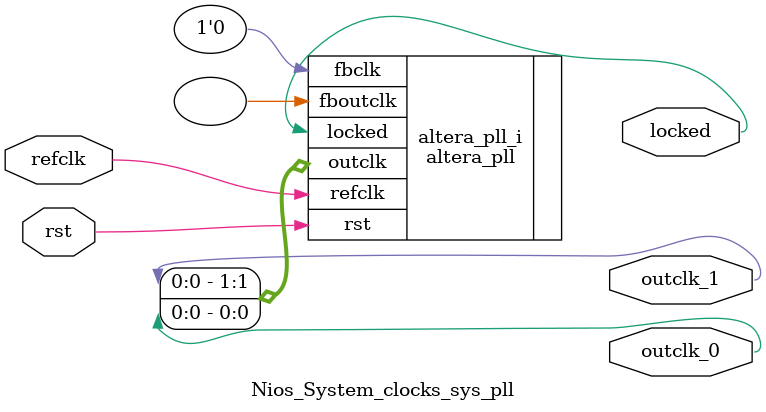
<source format=v>
`timescale 1ns/10ps
module  Nios_System_clocks_sys_pll(

	// interface 'refclk'
	input wire refclk,

	// interface 'reset'
	input wire rst,

	// interface 'outclk0'
	output wire outclk_0,

	// interface 'outclk1'
	output wire outclk_1,

	// interface 'locked'
	output wire locked
);

	altera_pll #(
		.fractional_vco_multiplier("false"),
		.reference_clock_frequency("50.0 MHz"),
		.operation_mode("direct"),
		.number_of_clocks(2),
		.output_clock_frequency0("50.000000 MHz"),
		.phase_shift0("0 ps"),
		.duty_cycle0(50),
		.output_clock_frequency1("50.000000 MHz"),
		.phase_shift1("-3000 ps"),
		.duty_cycle1(50),
		.output_clock_frequency2("0 MHz"),
		.phase_shift2("0 ps"),
		.duty_cycle2(50),
		.output_clock_frequency3("0 MHz"),
		.phase_shift3("0 ps"),
		.duty_cycle3(50),
		.output_clock_frequency4("0 MHz"),
		.phase_shift4("0 ps"),
		.duty_cycle4(50),
		.output_clock_frequency5("0 MHz"),
		.phase_shift5("0 ps"),
		.duty_cycle5(50),
		.output_clock_frequency6("0 MHz"),
		.phase_shift6("0 ps"),
		.duty_cycle6(50),
		.output_clock_frequency7("0 MHz"),
		.phase_shift7("0 ps"),
		.duty_cycle7(50),
		.output_clock_frequency8("0 MHz"),
		.phase_shift8("0 ps"),
		.duty_cycle8(50),
		.output_clock_frequency9("0 MHz"),
		.phase_shift9("0 ps"),
		.duty_cycle9(50),
		.output_clock_frequency10("0 MHz"),
		.phase_shift10("0 ps"),
		.duty_cycle10(50),
		.output_clock_frequency11("0 MHz"),
		.phase_shift11("0 ps"),
		.duty_cycle11(50),
		.output_clock_frequency12("0 MHz"),
		.phase_shift12("0 ps"),
		.duty_cycle12(50),
		.output_clock_frequency13("0 MHz"),
		.phase_shift13("0 ps"),
		.duty_cycle13(50),
		.output_clock_frequency14("0 MHz"),
		.phase_shift14("0 ps"),
		.duty_cycle14(50),
		.output_clock_frequency15("0 MHz"),
		.phase_shift15("0 ps"),
		.duty_cycle15(50),
		.output_clock_frequency16("0 MHz"),
		.phase_shift16("0 ps"),
		.duty_cycle16(50),
		.output_clock_frequency17("0 MHz"),
		.phase_shift17("0 ps"),
		.duty_cycle17(50),
		.pll_type("General"),
		.pll_subtype("General")
	) altera_pll_i (
		.rst	(rst),
		.outclk	({outclk_1, outclk_0}),
		.locked	(locked),
		.fboutclk	( ),
		.fbclk	(1'b0),
		.refclk	(refclk)
	);
endmodule


</source>
